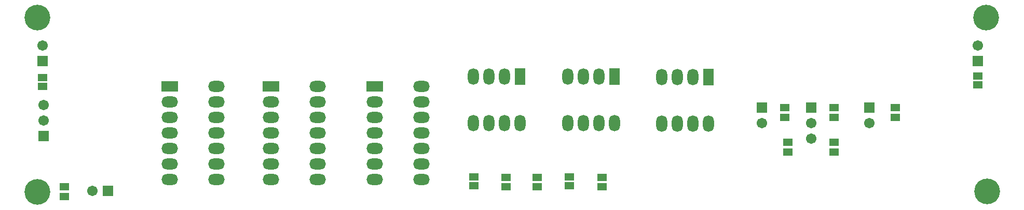
<source format=gbr>
%FSDAX33Y33*%
%MOMM*%
%SFA1B1*%

%IPPOS*%
%ADD11R,1.503200X1.203201*%
%ADD12R,1.603200X1.303200*%
%ADD13C,1.703200*%
%ADD14R,1.703200X1.703200*%
%ADD15O,1.803199X2.703200*%
%ADD16R,1.803199X2.703200*%
%ADD17O,2.703200X1.803199*%
%ADD18R,2.703200X1.803199*%
%ADD19C,4.203200*%
%LNfilm1-1*%
%LPD*%
G54D14*
X012344Y032588D03*
G54D13*
X012344Y035128D03*
G54D12*
X012344Y028409D03*
Y029909D03*
G54D14*
X012471Y020269D03*
G54D13*
X012471Y022809D03*
Y025349D03*
G54D11*
X015900Y010432D03*
Y012032D03*
G54D13*
X020421Y011352D03*
G54D14*
X022961Y011352D03*
G54D17*
X033023Y013166D03*
Y015706D03*
Y018246D03*
Y020786D03*
Y023326D03*
Y025866D03*
G54D18*
X033023Y028406D03*
G54D17*
X040643Y013166D03*
Y015706D03*
Y018246D03*
Y020786D03*
Y023326D03*
Y025866D03*
Y028406D03*
X049551Y013166D03*
Y015706D03*
Y018246D03*
Y020786D03*
Y023326D03*
Y025866D03*
G54D18*
X049551Y028406D03*
G54D17*
X057171Y013166D03*
Y015706D03*
Y018246D03*
Y020786D03*
Y023326D03*
Y025866D03*
Y028406D03*
X066481Y013166D03*
Y015706D03*
Y018246D03*
Y020786D03*
Y023326D03*
Y025866D03*
G54D18*
X066481Y028406D03*
G54D17*
X074101Y013166D03*
Y015706D03*
Y018246D03*
Y020786D03*
Y023326D03*
Y025866D03*
Y028406D03*
G54D15*
X082602Y022469D03*
Y030089D03*
G54D12*
X082702Y012153D03*
Y013653D03*
G54D15*
X085142Y022469D03*
Y030089D03*
X087682Y022469D03*
Y030089D03*
G54D12*
X087886Y012051D03*
Y013551D03*
G54D15*
X090222Y022469D03*
G54D16*
X090222Y030089D03*
G54D12*
X092979Y012051D03*
Y013551D03*
G54D15*
X097993Y022469D03*
Y030089D03*
G54D12*
X098232Y012153D03*
Y013653D03*
G54D15*
X100533Y022469D03*
Y030089D03*
X103073Y022469D03*
Y030089D03*
G54D12*
X103629Y012051D03*
Y013551D03*
G54D15*
X105613Y022469D03*
G54D16*
X105613Y030089D03*
G54D15*
X113344Y022356D03*
Y029976D03*
X115884Y022356D03*
Y029976D03*
X118424Y022356D03*
Y029976D03*
X120964Y022356D03*
G54D16*
X120964Y029976D03*
G54D13*
X129695Y022428D03*
G54D14*
X129695Y024968D03*
G54D11*
X133361Y023379D03*
Y024979D03*
X133871Y017726D03*
Y019326D03*
G54D13*
X137715Y019888D03*
Y022428D03*
G54D14*
X137715Y024968D03*
G54D11*
X141437Y017726D03*
Y019326D03*
Y023379D03*
Y024979D03*
G54D13*
X147201Y022428D03*
G54D14*
X147201Y024968D03*
G54D11*
X151431Y023379D03*
Y024979D03*
G54D14*
X164871Y032588D03*
G54D13*
X164871Y035128D03*
G54D12*
X164871Y028663D03*
Y030163D03*
G54D19*
X011455Y011125D03*
Y039700D03*
X166268D03*
X166395Y011252D03*
M02*
</source>
